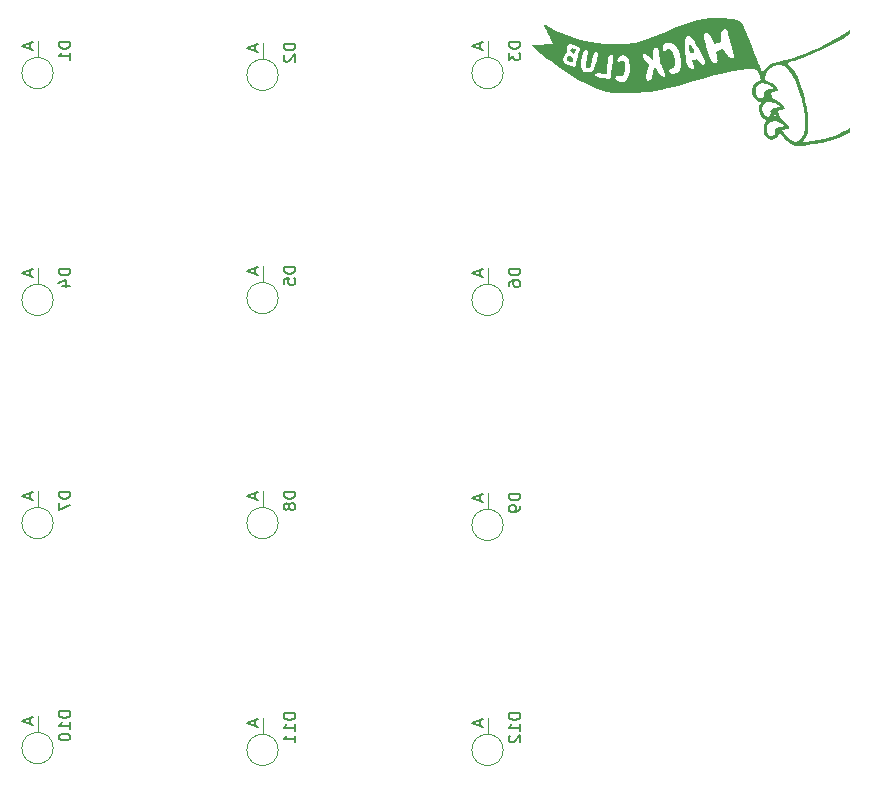
<source format=gbr>
%TF.GenerationSoftware,KiCad,Pcbnew,9.0.2*%
%TF.CreationDate,2025-07-31T17:55:32-05:00*%
%TF.ProjectId,highway,68696768-7761-4792-9e6b-696361645f70,rev?*%
%TF.SameCoordinates,Original*%
%TF.FileFunction,Legend,Bot*%
%TF.FilePolarity,Positive*%
%FSLAX46Y46*%
G04 Gerber Fmt 4.6, Leading zero omitted, Abs format (unit mm)*
G04 Created by KiCad (PCBNEW 9.0.2) date 2025-07-31 17:55:32*
%MOMM*%
%LPD*%
G01*
G04 APERTURE LIST*
%ADD10C,0.150000*%
%ADD11C,0.000000*%
%ADD12C,0.120000*%
G04 APERTURE END LIST*
D10*
X121843690Y-73556905D02*
X120843690Y-73556905D01*
X120843690Y-73556905D02*
X120843690Y-73795000D01*
X120843690Y-73795000D02*
X120891309Y-73937857D01*
X120891309Y-73937857D02*
X120986547Y-74033095D01*
X120986547Y-74033095D02*
X121081785Y-74080714D01*
X121081785Y-74080714D02*
X121272261Y-74128333D01*
X121272261Y-74128333D02*
X121415118Y-74128333D01*
X121415118Y-74128333D02*
X121605594Y-74080714D01*
X121605594Y-74080714D02*
X121700832Y-74033095D01*
X121700832Y-74033095D02*
X121796071Y-73937857D01*
X121796071Y-73937857D02*
X121843690Y-73795000D01*
X121843690Y-73795000D02*
X121843690Y-73556905D01*
X121272261Y-74699762D02*
X121224642Y-74604524D01*
X121224642Y-74604524D02*
X121177023Y-74556905D01*
X121177023Y-74556905D02*
X121081785Y-74509286D01*
X121081785Y-74509286D02*
X121034166Y-74509286D01*
X121034166Y-74509286D02*
X120938928Y-74556905D01*
X120938928Y-74556905D02*
X120891309Y-74604524D01*
X120891309Y-74604524D02*
X120843690Y-74699762D01*
X120843690Y-74699762D02*
X120843690Y-74890238D01*
X120843690Y-74890238D02*
X120891309Y-74985476D01*
X120891309Y-74985476D02*
X120938928Y-75033095D01*
X120938928Y-75033095D02*
X121034166Y-75080714D01*
X121034166Y-75080714D02*
X121081785Y-75080714D01*
X121081785Y-75080714D02*
X121177023Y-75033095D01*
X121177023Y-75033095D02*
X121224642Y-74985476D01*
X121224642Y-74985476D02*
X121272261Y-74890238D01*
X121272261Y-74890238D02*
X121272261Y-74699762D01*
X121272261Y-74699762D02*
X121319880Y-74604524D01*
X121319880Y-74604524D02*
X121367499Y-74556905D01*
X121367499Y-74556905D02*
X121462737Y-74509286D01*
X121462737Y-74509286D02*
X121653213Y-74509286D01*
X121653213Y-74509286D02*
X121748451Y-74556905D01*
X121748451Y-74556905D02*
X121796071Y-74604524D01*
X121796071Y-74604524D02*
X121843690Y-74699762D01*
X121843690Y-74699762D02*
X121843690Y-74890238D01*
X121843690Y-74890238D02*
X121796071Y-74985476D01*
X121796071Y-74985476D02*
X121748451Y-75033095D01*
X121748451Y-75033095D02*
X121653213Y-75080714D01*
X121653213Y-75080714D02*
X121462737Y-75080714D01*
X121462737Y-75080714D02*
X121367499Y-75033095D01*
X121367499Y-75033095D02*
X121319880Y-74985476D01*
X121319880Y-74985476D02*
X121272261Y-74890238D01*
X118431604Y-73651905D02*
X118431604Y-74128095D01*
X118717319Y-73556667D02*
X117717319Y-73890000D01*
X117717319Y-73890000D02*
X118717319Y-74223333D01*
X140893690Y-35456905D02*
X139893690Y-35456905D01*
X139893690Y-35456905D02*
X139893690Y-35695000D01*
X139893690Y-35695000D02*
X139941309Y-35837857D01*
X139941309Y-35837857D02*
X140036547Y-35933095D01*
X140036547Y-35933095D02*
X140131785Y-35980714D01*
X140131785Y-35980714D02*
X140322261Y-36028333D01*
X140322261Y-36028333D02*
X140465118Y-36028333D01*
X140465118Y-36028333D02*
X140655594Y-35980714D01*
X140655594Y-35980714D02*
X140750832Y-35933095D01*
X140750832Y-35933095D02*
X140846071Y-35837857D01*
X140846071Y-35837857D02*
X140893690Y-35695000D01*
X140893690Y-35695000D02*
X140893690Y-35456905D01*
X139893690Y-36361667D02*
X139893690Y-36980714D01*
X139893690Y-36980714D02*
X140274642Y-36647381D01*
X140274642Y-36647381D02*
X140274642Y-36790238D01*
X140274642Y-36790238D02*
X140322261Y-36885476D01*
X140322261Y-36885476D02*
X140369880Y-36933095D01*
X140369880Y-36933095D02*
X140465118Y-36980714D01*
X140465118Y-36980714D02*
X140703213Y-36980714D01*
X140703213Y-36980714D02*
X140798451Y-36933095D01*
X140798451Y-36933095D02*
X140846071Y-36885476D01*
X140846071Y-36885476D02*
X140893690Y-36790238D01*
X140893690Y-36790238D02*
X140893690Y-36504524D01*
X140893690Y-36504524D02*
X140846071Y-36409286D01*
X140846071Y-36409286D02*
X140798451Y-36361667D01*
X137481604Y-35551905D02*
X137481604Y-36028095D01*
X137767319Y-35456667D02*
X136767319Y-35790000D01*
X136767319Y-35790000D02*
X137767319Y-36123333D01*
X102793690Y-35456905D02*
X101793690Y-35456905D01*
X101793690Y-35456905D02*
X101793690Y-35695000D01*
X101793690Y-35695000D02*
X101841309Y-35837857D01*
X101841309Y-35837857D02*
X101936547Y-35933095D01*
X101936547Y-35933095D02*
X102031785Y-35980714D01*
X102031785Y-35980714D02*
X102222261Y-36028333D01*
X102222261Y-36028333D02*
X102365118Y-36028333D01*
X102365118Y-36028333D02*
X102555594Y-35980714D01*
X102555594Y-35980714D02*
X102650832Y-35933095D01*
X102650832Y-35933095D02*
X102746071Y-35837857D01*
X102746071Y-35837857D02*
X102793690Y-35695000D01*
X102793690Y-35695000D02*
X102793690Y-35456905D01*
X102793690Y-36980714D02*
X102793690Y-36409286D01*
X102793690Y-36695000D02*
X101793690Y-36695000D01*
X101793690Y-36695000D02*
X101936547Y-36599762D01*
X101936547Y-36599762D02*
X102031785Y-36504524D01*
X102031785Y-36504524D02*
X102079404Y-36409286D01*
X99381604Y-35551905D02*
X99381604Y-36028095D01*
X99667319Y-35456667D02*
X98667319Y-35790000D01*
X98667319Y-35790000D02*
X99667319Y-36123333D01*
X140893690Y-54665655D02*
X139893690Y-54665655D01*
X139893690Y-54665655D02*
X139893690Y-54903750D01*
X139893690Y-54903750D02*
X139941309Y-55046607D01*
X139941309Y-55046607D02*
X140036547Y-55141845D01*
X140036547Y-55141845D02*
X140131785Y-55189464D01*
X140131785Y-55189464D02*
X140322261Y-55237083D01*
X140322261Y-55237083D02*
X140465118Y-55237083D01*
X140465118Y-55237083D02*
X140655594Y-55189464D01*
X140655594Y-55189464D02*
X140750832Y-55141845D01*
X140750832Y-55141845D02*
X140846071Y-55046607D01*
X140846071Y-55046607D02*
X140893690Y-54903750D01*
X140893690Y-54903750D02*
X140893690Y-54665655D01*
X139893690Y-56094226D02*
X139893690Y-55903750D01*
X139893690Y-55903750D02*
X139941309Y-55808512D01*
X139941309Y-55808512D02*
X139988928Y-55760893D01*
X139988928Y-55760893D02*
X140131785Y-55665655D01*
X140131785Y-55665655D02*
X140322261Y-55618036D01*
X140322261Y-55618036D02*
X140703213Y-55618036D01*
X140703213Y-55618036D02*
X140798451Y-55665655D01*
X140798451Y-55665655D02*
X140846071Y-55713274D01*
X140846071Y-55713274D02*
X140893690Y-55808512D01*
X140893690Y-55808512D02*
X140893690Y-55998988D01*
X140893690Y-55998988D02*
X140846071Y-56094226D01*
X140846071Y-56094226D02*
X140798451Y-56141845D01*
X140798451Y-56141845D02*
X140703213Y-56189464D01*
X140703213Y-56189464D02*
X140465118Y-56189464D01*
X140465118Y-56189464D02*
X140369880Y-56141845D01*
X140369880Y-56141845D02*
X140322261Y-56094226D01*
X140322261Y-56094226D02*
X140274642Y-55998988D01*
X140274642Y-55998988D02*
X140274642Y-55808512D01*
X140274642Y-55808512D02*
X140322261Y-55713274D01*
X140322261Y-55713274D02*
X140369880Y-55665655D01*
X140369880Y-55665655D02*
X140465118Y-55618036D01*
X137481604Y-54760655D02*
X137481604Y-55236845D01*
X137767319Y-54665417D02*
X136767319Y-54998750D01*
X136767319Y-54998750D02*
X137767319Y-55332083D01*
X102793690Y-54665655D02*
X101793690Y-54665655D01*
X101793690Y-54665655D02*
X101793690Y-54903750D01*
X101793690Y-54903750D02*
X101841309Y-55046607D01*
X101841309Y-55046607D02*
X101936547Y-55141845D01*
X101936547Y-55141845D02*
X102031785Y-55189464D01*
X102031785Y-55189464D02*
X102222261Y-55237083D01*
X102222261Y-55237083D02*
X102365118Y-55237083D01*
X102365118Y-55237083D02*
X102555594Y-55189464D01*
X102555594Y-55189464D02*
X102650832Y-55141845D01*
X102650832Y-55141845D02*
X102746071Y-55046607D01*
X102746071Y-55046607D02*
X102793690Y-54903750D01*
X102793690Y-54903750D02*
X102793690Y-54665655D01*
X102127023Y-56094226D02*
X102793690Y-56094226D01*
X101746071Y-55856131D02*
X102460356Y-55618036D01*
X102460356Y-55618036D02*
X102460356Y-56237083D01*
X99381604Y-54760655D02*
X99381604Y-55236845D01*
X99667319Y-54665417D02*
X98667319Y-54998750D01*
X98667319Y-54998750D02*
X99667319Y-55332083D01*
X121843690Y-35615655D02*
X120843690Y-35615655D01*
X120843690Y-35615655D02*
X120843690Y-35853750D01*
X120843690Y-35853750D02*
X120891309Y-35996607D01*
X120891309Y-35996607D02*
X120986547Y-36091845D01*
X120986547Y-36091845D02*
X121081785Y-36139464D01*
X121081785Y-36139464D02*
X121272261Y-36187083D01*
X121272261Y-36187083D02*
X121415118Y-36187083D01*
X121415118Y-36187083D02*
X121605594Y-36139464D01*
X121605594Y-36139464D02*
X121700832Y-36091845D01*
X121700832Y-36091845D02*
X121796071Y-35996607D01*
X121796071Y-35996607D02*
X121843690Y-35853750D01*
X121843690Y-35853750D02*
X121843690Y-35615655D01*
X120938928Y-36568036D02*
X120891309Y-36615655D01*
X120891309Y-36615655D02*
X120843690Y-36710893D01*
X120843690Y-36710893D02*
X120843690Y-36948988D01*
X120843690Y-36948988D02*
X120891309Y-37044226D01*
X120891309Y-37044226D02*
X120938928Y-37091845D01*
X120938928Y-37091845D02*
X121034166Y-37139464D01*
X121034166Y-37139464D02*
X121129404Y-37139464D01*
X121129404Y-37139464D02*
X121272261Y-37091845D01*
X121272261Y-37091845D02*
X121843690Y-36520417D01*
X121843690Y-36520417D02*
X121843690Y-37139464D01*
X118431604Y-35710655D02*
X118431604Y-36186845D01*
X118717319Y-35615417D02*
X117717319Y-35948750D01*
X117717319Y-35948750D02*
X118717319Y-36282083D01*
X102793690Y-73556905D02*
X101793690Y-73556905D01*
X101793690Y-73556905D02*
X101793690Y-73795000D01*
X101793690Y-73795000D02*
X101841309Y-73937857D01*
X101841309Y-73937857D02*
X101936547Y-74033095D01*
X101936547Y-74033095D02*
X102031785Y-74080714D01*
X102031785Y-74080714D02*
X102222261Y-74128333D01*
X102222261Y-74128333D02*
X102365118Y-74128333D01*
X102365118Y-74128333D02*
X102555594Y-74080714D01*
X102555594Y-74080714D02*
X102650832Y-74033095D01*
X102650832Y-74033095D02*
X102746071Y-73937857D01*
X102746071Y-73937857D02*
X102793690Y-73795000D01*
X102793690Y-73795000D02*
X102793690Y-73556905D01*
X101793690Y-74461667D02*
X101793690Y-75128333D01*
X101793690Y-75128333D02*
X102793690Y-74699762D01*
X99381604Y-73651905D02*
X99381604Y-74128095D01*
X99667319Y-73556667D02*
X98667319Y-73890000D01*
X98667319Y-73890000D02*
X99667319Y-74223333D01*
X102793690Y-92130714D02*
X101793690Y-92130714D01*
X101793690Y-92130714D02*
X101793690Y-92368809D01*
X101793690Y-92368809D02*
X101841309Y-92511666D01*
X101841309Y-92511666D02*
X101936547Y-92606904D01*
X101936547Y-92606904D02*
X102031785Y-92654523D01*
X102031785Y-92654523D02*
X102222261Y-92702142D01*
X102222261Y-92702142D02*
X102365118Y-92702142D01*
X102365118Y-92702142D02*
X102555594Y-92654523D01*
X102555594Y-92654523D02*
X102650832Y-92606904D01*
X102650832Y-92606904D02*
X102746071Y-92511666D01*
X102746071Y-92511666D02*
X102793690Y-92368809D01*
X102793690Y-92368809D02*
X102793690Y-92130714D01*
X102793690Y-93654523D02*
X102793690Y-93083095D01*
X102793690Y-93368809D02*
X101793690Y-93368809D01*
X101793690Y-93368809D02*
X101936547Y-93273571D01*
X101936547Y-93273571D02*
X102031785Y-93178333D01*
X102031785Y-93178333D02*
X102079404Y-93083095D01*
X101793690Y-94273571D02*
X101793690Y-94368809D01*
X101793690Y-94368809D02*
X101841309Y-94464047D01*
X101841309Y-94464047D02*
X101888928Y-94511666D01*
X101888928Y-94511666D02*
X101984166Y-94559285D01*
X101984166Y-94559285D02*
X102174642Y-94606904D01*
X102174642Y-94606904D02*
X102412737Y-94606904D01*
X102412737Y-94606904D02*
X102603213Y-94559285D01*
X102603213Y-94559285D02*
X102698451Y-94511666D01*
X102698451Y-94511666D02*
X102746071Y-94464047D01*
X102746071Y-94464047D02*
X102793690Y-94368809D01*
X102793690Y-94368809D02*
X102793690Y-94273571D01*
X102793690Y-94273571D02*
X102746071Y-94178333D01*
X102746071Y-94178333D02*
X102698451Y-94130714D01*
X102698451Y-94130714D02*
X102603213Y-94083095D01*
X102603213Y-94083095D02*
X102412737Y-94035476D01*
X102412737Y-94035476D02*
X102174642Y-94035476D01*
X102174642Y-94035476D02*
X101984166Y-94083095D01*
X101984166Y-94083095D02*
X101888928Y-94130714D01*
X101888928Y-94130714D02*
X101841309Y-94178333D01*
X101841309Y-94178333D02*
X101793690Y-94273571D01*
X99381604Y-92701905D02*
X99381604Y-93178095D01*
X99667319Y-92606667D02*
X98667319Y-92940000D01*
X98667319Y-92940000D02*
X99667319Y-93273333D01*
X140893690Y-92289464D02*
X139893690Y-92289464D01*
X139893690Y-92289464D02*
X139893690Y-92527559D01*
X139893690Y-92527559D02*
X139941309Y-92670416D01*
X139941309Y-92670416D02*
X140036547Y-92765654D01*
X140036547Y-92765654D02*
X140131785Y-92813273D01*
X140131785Y-92813273D02*
X140322261Y-92860892D01*
X140322261Y-92860892D02*
X140465118Y-92860892D01*
X140465118Y-92860892D02*
X140655594Y-92813273D01*
X140655594Y-92813273D02*
X140750832Y-92765654D01*
X140750832Y-92765654D02*
X140846071Y-92670416D01*
X140846071Y-92670416D02*
X140893690Y-92527559D01*
X140893690Y-92527559D02*
X140893690Y-92289464D01*
X140893690Y-93813273D02*
X140893690Y-93241845D01*
X140893690Y-93527559D02*
X139893690Y-93527559D01*
X139893690Y-93527559D02*
X140036547Y-93432321D01*
X140036547Y-93432321D02*
X140131785Y-93337083D01*
X140131785Y-93337083D02*
X140179404Y-93241845D01*
X139988928Y-94194226D02*
X139941309Y-94241845D01*
X139941309Y-94241845D02*
X139893690Y-94337083D01*
X139893690Y-94337083D02*
X139893690Y-94575178D01*
X139893690Y-94575178D02*
X139941309Y-94670416D01*
X139941309Y-94670416D02*
X139988928Y-94718035D01*
X139988928Y-94718035D02*
X140084166Y-94765654D01*
X140084166Y-94765654D02*
X140179404Y-94765654D01*
X140179404Y-94765654D02*
X140322261Y-94718035D01*
X140322261Y-94718035D02*
X140893690Y-94146607D01*
X140893690Y-94146607D02*
X140893690Y-94765654D01*
X137481604Y-92860655D02*
X137481604Y-93336845D01*
X137767319Y-92765417D02*
X136767319Y-93098750D01*
X136767319Y-93098750D02*
X137767319Y-93432083D01*
X121843690Y-54506905D02*
X120843690Y-54506905D01*
X120843690Y-54506905D02*
X120843690Y-54745000D01*
X120843690Y-54745000D02*
X120891309Y-54887857D01*
X120891309Y-54887857D02*
X120986547Y-54983095D01*
X120986547Y-54983095D02*
X121081785Y-55030714D01*
X121081785Y-55030714D02*
X121272261Y-55078333D01*
X121272261Y-55078333D02*
X121415118Y-55078333D01*
X121415118Y-55078333D02*
X121605594Y-55030714D01*
X121605594Y-55030714D02*
X121700832Y-54983095D01*
X121700832Y-54983095D02*
X121796071Y-54887857D01*
X121796071Y-54887857D02*
X121843690Y-54745000D01*
X121843690Y-54745000D02*
X121843690Y-54506905D01*
X120843690Y-55983095D02*
X120843690Y-55506905D01*
X120843690Y-55506905D02*
X121319880Y-55459286D01*
X121319880Y-55459286D02*
X121272261Y-55506905D01*
X121272261Y-55506905D02*
X121224642Y-55602143D01*
X121224642Y-55602143D02*
X121224642Y-55840238D01*
X121224642Y-55840238D02*
X121272261Y-55935476D01*
X121272261Y-55935476D02*
X121319880Y-55983095D01*
X121319880Y-55983095D02*
X121415118Y-56030714D01*
X121415118Y-56030714D02*
X121653213Y-56030714D01*
X121653213Y-56030714D02*
X121748451Y-55983095D01*
X121748451Y-55983095D02*
X121796071Y-55935476D01*
X121796071Y-55935476D02*
X121843690Y-55840238D01*
X121843690Y-55840238D02*
X121843690Y-55602143D01*
X121843690Y-55602143D02*
X121796071Y-55506905D01*
X121796071Y-55506905D02*
X121748451Y-55459286D01*
X118431604Y-54601905D02*
X118431604Y-55078095D01*
X118717319Y-54506667D02*
X117717319Y-54840000D01*
X117717319Y-54840000D02*
X118717319Y-55173333D01*
X121843690Y-92289464D02*
X120843690Y-92289464D01*
X120843690Y-92289464D02*
X120843690Y-92527559D01*
X120843690Y-92527559D02*
X120891309Y-92670416D01*
X120891309Y-92670416D02*
X120986547Y-92765654D01*
X120986547Y-92765654D02*
X121081785Y-92813273D01*
X121081785Y-92813273D02*
X121272261Y-92860892D01*
X121272261Y-92860892D02*
X121415118Y-92860892D01*
X121415118Y-92860892D02*
X121605594Y-92813273D01*
X121605594Y-92813273D02*
X121700832Y-92765654D01*
X121700832Y-92765654D02*
X121796071Y-92670416D01*
X121796071Y-92670416D02*
X121843690Y-92527559D01*
X121843690Y-92527559D02*
X121843690Y-92289464D01*
X121843690Y-93813273D02*
X121843690Y-93241845D01*
X121843690Y-93527559D02*
X120843690Y-93527559D01*
X120843690Y-93527559D02*
X120986547Y-93432321D01*
X120986547Y-93432321D02*
X121081785Y-93337083D01*
X121081785Y-93337083D02*
X121129404Y-93241845D01*
X121843690Y-94765654D02*
X121843690Y-94194226D01*
X121843690Y-94479940D02*
X120843690Y-94479940D01*
X120843690Y-94479940D02*
X120986547Y-94384702D01*
X120986547Y-94384702D02*
X121081785Y-94289464D01*
X121081785Y-94289464D02*
X121129404Y-94194226D01*
X118431604Y-92860655D02*
X118431604Y-93336845D01*
X118717319Y-92765417D02*
X117717319Y-93098750D01*
X117717319Y-93098750D02*
X118717319Y-93432083D01*
X140893690Y-73715655D02*
X139893690Y-73715655D01*
X139893690Y-73715655D02*
X139893690Y-73953750D01*
X139893690Y-73953750D02*
X139941309Y-74096607D01*
X139941309Y-74096607D02*
X140036547Y-74191845D01*
X140036547Y-74191845D02*
X140131785Y-74239464D01*
X140131785Y-74239464D02*
X140322261Y-74287083D01*
X140322261Y-74287083D02*
X140465118Y-74287083D01*
X140465118Y-74287083D02*
X140655594Y-74239464D01*
X140655594Y-74239464D02*
X140750832Y-74191845D01*
X140750832Y-74191845D02*
X140846071Y-74096607D01*
X140846071Y-74096607D02*
X140893690Y-73953750D01*
X140893690Y-73953750D02*
X140893690Y-73715655D01*
X140893690Y-74763274D02*
X140893690Y-74953750D01*
X140893690Y-74953750D02*
X140846071Y-75048988D01*
X140846071Y-75048988D02*
X140798451Y-75096607D01*
X140798451Y-75096607D02*
X140655594Y-75191845D01*
X140655594Y-75191845D02*
X140465118Y-75239464D01*
X140465118Y-75239464D02*
X140084166Y-75239464D01*
X140084166Y-75239464D02*
X139988928Y-75191845D01*
X139988928Y-75191845D02*
X139941309Y-75144226D01*
X139941309Y-75144226D02*
X139893690Y-75048988D01*
X139893690Y-75048988D02*
X139893690Y-74858512D01*
X139893690Y-74858512D02*
X139941309Y-74763274D01*
X139941309Y-74763274D02*
X139988928Y-74715655D01*
X139988928Y-74715655D02*
X140084166Y-74668036D01*
X140084166Y-74668036D02*
X140322261Y-74668036D01*
X140322261Y-74668036D02*
X140417499Y-74715655D01*
X140417499Y-74715655D02*
X140465118Y-74763274D01*
X140465118Y-74763274D02*
X140512737Y-74858512D01*
X140512737Y-74858512D02*
X140512737Y-75048988D01*
X140512737Y-75048988D02*
X140465118Y-75144226D01*
X140465118Y-75144226D02*
X140417499Y-75191845D01*
X140417499Y-75191845D02*
X140322261Y-75239464D01*
X137481604Y-73810655D02*
X137481604Y-74286845D01*
X137767319Y-73715417D02*
X136767319Y-74048750D01*
X136767319Y-74048750D02*
X137767319Y-74382083D01*
D11*
%TO.C,G\u002A\u002A\u002A*%
G36*
X145413747Y-36026465D02*
G01*
X145501656Y-36054045D01*
X145576394Y-36103730D01*
X145579232Y-36182890D01*
X145519453Y-36317046D01*
X145444988Y-36461045D01*
X145302090Y-36376633D01*
X145274889Y-36359644D01*
X145156662Y-36249014D01*
X145117562Y-36141163D01*
X145151462Y-36055309D01*
X145252233Y-36010670D01*
X145413747Y-36026465D01*
G37*
G36*
X155431304Y-35918116D02*
G01*
X155436454Y-35925437D01*
X155558511Y-36104693D01*
X155624703Y-36223100D01*
X155637951Y-36295844D01*
X155601176Y-36338109D01*
X155517301Y-36365081D01*
X155400618Y-36389608D01*
X155312993Y-36403982D01*
X155285049Y-36398887D01*
X155235219Y-36322158D01*
X155210872Y-36157416D01*
X155212785Y-35908505D01*
X155227567Y-35628640D01*
X155431304Y-35918116D01*
G37*
G36*
X145088314Y-36677954D02*
G01*
X145224066Y-36717251D01*
X145269720Y-36736692D01*
X145351519Y-36785170D01*
X145371902Y-36851256D01*
X145349485Y-36972897D01*
X145341583Y-37007487D01*
X145316163Y-37127910D01*
X145305335Y-37195039D01*
X145271945Y-37203641D01*
X145182404Y-37178693D01*
X145066512Y-37130609D01*
X144954198Y-37071913D01*
X144875394Y-37015131D01*
X144848471Y-36976235D01*
X144834022Y-36861467D01*
X144875911Y-36746762D01*
X144962728Y-36676374D01*
X144974993Y-36673361D01*
X145088314Y-36677954D01*
G37*
G36*
X160912127Y-36908060D02*
G01*
X161045766Y-37237475D01*
X161158980Y-37515970D01*
X161247844Y-37733885D01*
X161308432Y-37881556D01*
X161336822Y-37949322D01*
X161366736Y-38008986D01*
X161397485Y-38022733D01*
X161443606Y-37973472D01*
X161523065Y-37851795D01*
X161681591Y-37641139D01*
X161961590Y-37398158D01*
X162302566Y-37228735D01*
X162707038Y-37131338D01*
X162935890Y-37090262D01*
X163302113Y-37002046D01*
X163726637Y-36880138D01*
X164193499Y-36729968D01*
X164686732Y-36556965D01*
X165190373Y-36366559D01*
X165688457Y-36164180D01*
X166165020Y-35955258D01*
X166800691Y-35648999D01*
X167556614Y-35235363D01*
X168289735Y-34774470D01*
X168796769Y-34435171D01*
X168812248Y-34609767D01*
X168806797Y-34745878D01*
X168763959Y-34824562D01*
X168759477Y-34827396D01*
X168686121Y-34874170D01*
X168551551Y-34960228D01*
X168373329Y-35074335D01*
X168169012Y-35205254D01*
X167872773Y-35388327D01*
X167225699Y-35750973D01*
X166515930Y-36105817D01*
X165765767Y-36442571D01*
X164997510Y-36750949D01*
X164233461Y-37020664D01*
X164150958Y-37047675D01*
X163920539Y-37123201D01*
X163727105Y-37186729D01*
X163588926Y-37232254D01*
X163524272Y-37253770D01*
X163519092Y-37266205D01*
X163554689Y-37333577D01*
X163642211Y-37444245D01*
X163769817Y-37582360D01*
X163868664Y-37690233D01*
X164122629Y-38037962D01*
X164361926Y-38473287D01*
X164587496Y-38998299D01*
X164800276Y-39615089D01*
X165001205Y-40325747D01*
X165033187Y-40453042D01*
X165166599Y-41082325D01*
X165250420Y-41672716D01*
X165284802Y-42216794D01*
X165281229Y-42334331D01*
X165269894Y-42707142D01*
X165205849Y-43136338D01*
X165092816Y-43496964D01*
X164930947Y-43781601D01*
X164798315Y-43955492D01*
X165179861Y-43920945D01*
X165471884Y-43888968D01*
X166052596Y-43794969D01*
X166629225Y-43664223D01*
X167183344Y-43502420D01*
X167696524Y-43315252D01*
X168150338Y-43108408D01*
X168526359Y-42887578D01*
X168820913Y-42686517D01*
X168820913Y-42877732D01*
X168820340Y-42926201D01*
X168808300Y-43013272D01*
X168766539Y-43080525D01*
X168676846Y-43150246D01*
X168521011Y-43244715D01*
X168185220Y-43422827D01*
X167650466Y-43650996D01*
X167054981Y-43851201D01*
X166418617Y-44017739D01*
X165761226Y-44144903D01*
X165102663Y-44226990D01*
X165006369Y-44235449D01*
X164706020Y-44260022D01*
X164478749Y-44272684D01*
X164306434Y-44271535D01*
X164170953Y-44254674D01*
X164054182Y-44220200D01*
X163937999Y-44166212D01*
X163804282Y-44090809D01*
X163747805Y-44056899D01*
X163459821Y-43848411D01*
X163195420Y-43588078D01*
X162932451Y-43254658D01*
X162859701Y-43153644D01*
X162791650Y-43061014D01*
X162763436Y-43025285D01*
X162762371Y-43029690D01*
X162759574Y-43095696D01*
X162758452Y-43215719D01*
X162757273Y-43250834D01*
X162698912Y-43448952D01*
X162558747Y-43604886D01*
X162345267Y-43708511D01*
X162161471Y-43728529D01*
X161952199Y-43668739D01*
X161761559Y-43526686D01*
X161603597Y-43309918D01*
X161560979Y-43228363D01*
X161505334Y-43088227D01*
X161484859Y-42946536D01*
X161488837Y-42797463D01*
X161770904Y-42797463D01*
X161773524Y-42859215D01*
X161810380Y-43053757D01*
X161879974Y-43228582D01*
X161968471Y-43345326D01*
X162058940Y-43403727D01*
X162213253Y-43431967D01*
X162362166Y-43364253D01*
X162428401Y-43303264D01*
X162467089Y-43215686D01*
X162461006Y-43081367D01*
X162452859Y-42973483D01*
X162479444Y-42878927D01*
X162563587Y-42795539D01*
X162586283Y-42779301D01*
X162731212Y-42708552D01*
X162894864Y-42663594D01*
X163003422Y-42646206D01*
X163151261Y-42617324D01*
X163225238Y-42589261D01*
X163239917Y-42554754D01*
X163209863Y-42506543D01*
X163193783Y-42489561D01*
X163078108Y-42407463D01*
X162909174Y-42318850D01*
X162719514Y-42237941D01*
X162541663Y-42178959D01*
X162408154Y-42156122D01*
X162337856Y-42160077D01*
X162115987Y-42228779D01*
X161935987Y-42369536D01*
X161815184Y-42564911D01*
X161770904Y-42797463D01*
X161488837Y-42797463D01*
X161489932Y-42756440D01*
X161498826Y-42654037D01*
X161540534Y-42451106D01*
X161616007Y-42303945D01*
X161631364Y-42282756D01*
X161695723Y-42182420D01*
X161721189Y-42121822D01*
X161715289Y-42109928D01*
X161649821Y-42059471D01*
X161535479Y-41998725D01*
X161406516Y-41915790D01*
X161252857Y-41734527D01*
X161147527Y-41503277D01*
X161096980Y-41245257D01*
X161100643Y-41155638D01*
X161384592Y-41155638D01*
X161387213Y-41217390D01*
X161424068Y-41411932D01*
X161493662Y-41586757D01*
X161582160Y-41703500D01*
X161672629Y-41761902D01*
X161826941Y-41790142D01*
X161975854Y-41722428D01*
X162042089Y-41661439D01*
X162065306Y-41608883D01*
X162399948Y-41608883D01*
X162403870Y-41677965D01*
X162427791Y-41789967D01*
X162448350Y-41827679D01*
X162503478Y-41866350D01*
X162514630Y-41862366D01*
X162524074Y-41803796D01*
X162497886Y-41698539D01*
X162442396Y-41576616D01*
X162435217Y-41564370D01*
X162408074Y-41541998D01*
X162399948Y-41608883D01*
X162065306Y-41608883D01*
X162080777Y-41573860D01*
X162074694Y-41439542D01*
X162072209Y-41406634D01*
X162360508Y-41406634D01*
X162366287Y-41463942D01*
X162380812Y-41471496D01*
X162398480Y-41431749D01*
X162394995Y-41406185D01*
X162366287Y-41399556D01*
X162360508Y-41406634D01*
X162072209Y-41406634D01*
X162066547Y-41331658D01*
X162093132Y-41237102D01*
X162177275Y-41153714D01*
X162199971Y-41137476D01*
X162344900Y-41066727D01*
X162508552Y-41021769D01*
X162617110Y-41004381D01*
X162764950Y-40975499D01*
X162838927Y-40947436D01*
X162853605Y-40912929D01*
X162823551Y-40864717D01*
X162807471Y-40847736D01*
X162691796Y-40765638D01*
X162522862Y-40677025D01*
X162333202Y-40596116D01*
X162155351Y-40537133D01*
X162021842Y-40514296D01*
X161951544Y-40518252D01*
X161729675Y-40586954D01*
X161549676Y-40727711D01*
X161428872Y-40923086D01*
X161384592Y-41155638D01*
X161100643Y-41155638D01*
X161107670Y-40983682D01*
X161186050Y-40741769D01*
X161207197Y-40697518D01*
X161239248Y-40599968D01*
X161225441Y-40562547D01*
X161202104Y-40558455D01*
X161103822Y-40523741D01*
X160972294Y-40465165D01*
X160902041Y-40425111D01*
X160724147Y-40256717D01*
X160595626Y-40031274D01*
X160523936Y-39772029D01*
X160519503Y-39610391D01*
X160805124Y-39610391D01*
X160807745Y-39672143D01*
X160844601Y-39866685D01*
X160914195Y-40041510D01*
X161002692Y-40158253D01*
X161093161Y-40216655D01*
X161247473Y-40244895D01*
X161359087Y-40194142D01*
X161776025Y-40194142D01*
X161786909Y-40251021D01*
X161854079Y-40232697D01*
X161878972Y-40206755D01*
X161867350Y-40128025D01*
X161862424Y-40120206D01*
X161824603Y-40087303D01*
X161791500Y-40143455D01*
X161776025Y-40194142D01*
X161359087Y-40194142D01*
X161396387Y-40177181D01*
X161462621Y-40116192D01*
X161501310Y-40028613D01*
X161495226Y-39894295D01*
X161487079Y-39786411D01*
X161513664Y-39691855D01*
X161597807Y-39608467D01*
X161620503Y-39592229D01*
X161765432Y-39521480D01*
X161929084Y-39476522D01*
X162037643Y-39459134D01*
X162185482Y-39430252D01*
X162259459Y-39402189D01*
X162274138Y-39367682D01*
X162244083Y-39319470D01*
X162228004Y-39302489D01*
X162112329Y-39220391D01*
X161943394Y-39131777D01*
X161753735Y-39050869D01*
X161575883Y-38991886D01*
X161442375Y-38969049D01*
X161372076Y-38973005D01*
X161150208Y-39041707D01*
X160970208Y-39182464D01*
X160849404Y-39377838D01*
X160805124Y-39610391D01*
X160519503Y-39610391D01*
X160516536Y-39502230D01*
X160580883Y-39245122D01*
X160692124Y-39060455D01*
X160874866Y-38873467D01*
X161082606Y-38744302D01*
X161100612Y-38736300D01*
X161199384Y-38675099D01*
X161239804Y-38618268D01*
X161238454Y-38606664D01*
X161231676Y-38582818D01*
X161582606Y-38582818D01*
X161619818Y-38688676D01*
X161706447Y-38727566D01*
X161815719Y-38749860D01*
X161986047Y-38824192D01*
X162174662Y-38934763D01*
X162353742Y-39064976D01*
X162495463Y-39198233D01*
X162510432Y-39215420D01*
X162621970Y-39367682D01*
X162634696Y-39385054D01*
X162675484Y-39511683D01*
X162632920Y-39600205D01*
X162507130Y-39655518D01*
X162363663Y-39690812D01*
X162211041Y-39729563D01*
X162071891Y-39765779D01*
X162166044Y-40010941D01*
X162206272Y-40109725D01*
X162264034Y-40206755D01*
X162270011Y-40216796D01*
X162360302Y-40284757D01*
X162510422Y-40345986D01*
X162637704Y-40405631D01*
X162811173Y-40518973D01*
X162980902Y-40657848D01*
X163126893Y-40803836D01*
X163209722Y-40912929D01*
X163229152Y-40938520D01*
X163267682Y-41043483D01*
X163266511Y-41059188D01*
X163209573Y-41149587D01*
X163084262Y-41214045D01*
X162914443Y-41239332D01*
X162848509Y-41242186D01*
X162761310Y-41267621D01*
X162729681Y-41332287D01*
X162746534Y-41431749D01*
X162749912Y-41451687D01*
X162818297Y-41641327D01*
X162851357Y-41721805D01*
X162892700Y-41803796D01*
X162937377Y-41892397D01*
X163036533Y-42016676D01*
X163174372Y-42129677D01*
X163222790Y-42165711D01*
X163397209Y-42317923D01*
X163535801Y-42473456D01*
X163586739Y-42554754D01*
X163623583Y-42613558D01*
X163645572Y-42719474D01*
X163644176Y-42725874D01*
X163615346Y-42775364D01*
X163544492Y-42816501D01*
X163413770Y-42856745D01*
X163205338Y-42903556D01*
X163070561Y-42931542D01*
X163227891Y-43150621D01*
X163337671Y-43290634D01*
X163504685Y-43473957D01*
X163680155Y-43641453D01*
X163842132Y-43772507D01*
X163968669Y-43846501D01*
X164016262Y-43863624D01*
X164238801Y-43908534D01*
X164424108Y-43873349D01*
X164585942Y-43752603D01*
X164738061Y-43540829D01*
X164878554Y-43219338D01*
X164967159Y-42812999D01*
X164997984Y-42334331D01*
X164971027Y-41785910D01*
X164886281Y-41170312D01*
X164743742Y-40490114D01*
X164696520Y-40300421D01*
X164522363Y-39691647D01*
X164329501Y-39143002D01*
X164121095Y-38660561D01*
X163900305Y-38250398D01*
X163670294Y-37918588D01*
X163434221Y-37671206D01*
X163195248Y-37514328D01*
X162964764Y-37442854D01*
X162674090Y-37435740D01*
X162386550Y-37510245D01*
X162117268Y-37659878D01*
X161881369Y-37878148D01*
X161693978Y-38158566D01*
X161657853Y-38235087D01*
X161595166Y-38426215D01*
X161582606Y-38582818D01*
X161231676Y-38582818D01*
X161212733Y-38516180D01*
X161161051Y-38369133D01*
X161092222Y-38191045D01*
X160944380Y-37823534D01*
X160633515Y-37794505D01*
X160504549Y-37785416D01*
X160058306Y-37788562D01*
X159527926Y-37837668D01*
X158913957Y-37932625D01*
X158216948Y-38073328D01*
X157437444Y-38259669D01*
X157281741Y-38301579D01*
X156575995Y-38491542D01*
X155633147Y-38768840D01*
X155283307Y-38874744D01*
X154576978Y-39082162D01*
X153941602Y-39257993D01*
X153364100Y-39404588D01*
X152831391Y-39524298D01*
X152330397Y-39619475D01*
X151848037Y-39692470D01*
X151371231Y-39745635D01*
X150886901Y-39781320D01*
X150381966Y-39801877D01*
X149843347Y-39809658D01*
X149686337Y-39810178D01*
X149328069Y-39809670D01*
X149040083Y-39804488D01*
X148803282Y-39792198D01*
X148598567Y-39770368D01*
X148406842Y-39736564D01*
X148209010Y-39688355D01*
X147985972Y-39623308D01*
X147718632Y-39538988D01*
X147217788Y-39358929D01*
X146525230Y-39053260D01*
X145796955Y-38672186D01*
X145040382Y-38220202D01*
X144992205Y-38188078D01*
X147235742Y-38188078D01*
X147242127Y-38229024D01*
X147319032Y-38326361D01*
X147485666Y-38412740D01*
X147745326Y-38490117D01*
X147761756Y-38494021D01*
X148050474Y-38552404D01*
X148279462Y-38578432D01*
X148438496Y-38571562D01*
X148517354Y-38531249D01*
X148523245Y-38516414D01*
X148529488Y-38487713D01*
X148935733Y-38487713D01*
X148945282Y-38581925D01*
X149035044Y-38716729D01*
X149155148Y-38787745D01*
X149329064Y-38839760D01*
X149508915Y-38860534D01*
X149650191Y-38841072D01*
X149739903Y-38790674D01*
X149891022Y-38650651D01*
X150023063Y-38467645D01*
X150110260Y-38273446D01*
X150110668Y-38272068D01*
X150159522Y-38018640D01*
X150178767Y-37717630D01*
X150167787Y-37413298D01*
X150125961Y-37149903D01*
X150052825Y-36955916D01*
X149923061Y-36775035D01*
X149761873Y-36655371D01*
X149585162Y-36604384D01*
X149408828Y-36629537D01*
X149248769Y-36738289D01*
X149228138Y-36760746D01*
X149192848Y-36814517D01*
X149137998Y-36898091D01*
X149112795Y-37015733D01*
X149146662Y-37096790D01*
X149233729Y-37124385D01*
X149368129Y-37081635D01*
X149499283Y-37048554D01*
X149639111Y-37090630D01*
X149738490Y-37207578D01*
X149752674Y-37243941D01*
X149787488Y-37430912D01*
X149790139Y-37658363D01*
X149762157Y-37886534D01*
X149705072Y-38075665D01*
X149627796Y-38224536D01*
X149530776Y-38331062D01*
X149400825Y-38376644D01*
X149208338Y-38379383D01*
X149083120Y-38374389D01*
X148991500Y-38382899D01*
X148950806Y-38417322D01*
X148935733Y-38487713D01*
X148529488Y-38487713D01*
X148544754Y-38417526D01*
X148572283Y-38247872D01*
X148603438Y-38026023D01*
X148635822Y-37770550D01*
X148667040Y-37500024D01*
X148694697Y-37233019D01*
X148716397Y-36988104D01*
X148727431Y-36814517D01*
X148725315Y-36685130D01*
X148704616Y-36606970D01*
X148668366Y-36563499D01*
X151250786Y-36563499D01*
X151276325Y-36693482D01*
X151378982Y-36873579D01*
X151559878Y-37106252D01*
X151674228Y-37242760D01*
X151755060Y-37349738D01*
X151789092Y-37420894D01*
X151785237Y-37476092D01*
X151752412Y-37535191D01*
X151690661Y-37660301D01*
X151671131Y-37717630D01*
X151627626Y-37845337D01*
X151573656Y-38055492D01*
X151535093Y-38261930D01*
X151518281Y-38435812D01*
X151529563Y-38548302D01*
X151593085Y-38657112D01*
X151712478Y-38734259D01*
X151854470Y-38725244D01*
X151873373Y-38717933D01*
X151935692Y-38686057D01*
X151980090Y-38636584D01*
X152015131Y-38550116D01*
X152049380Y-38407256D01*
X152091400Y-38188606D01*
X152102743Y-38127978D01*
X152139599Y-37938094D01*
X152170967Y-37786440D01*
X152191034Y-37701426D01*
X152228148Y-37632913D01*
X152293537Y-37626201D01*
X152372086Y-37702878D01*
X152455382Y-37857961D01*
X152531714Y-38004871D01*
X152651981Y-38169445D01*
X152785017Y-38300299D01*
X152916880Y-38388575D01*
X153033628Y-38425418D01*
X153121317Y-38401969D01*
X153166004Y-38309373D01*
X153166633Y-38301579D01*
X153147732Y-38200434D01*
X153094029Y-38048235D01*
X153015820Y-37874773D01*
X152991216Y-37825088D01*
X152849424Y-37509314D01*
X152752296Y-37219578D01*
X152688441Y-36915199D01*
X152646470Y-36555494D01*
X152639201Y-36475976D01*
X152608451Y-36229925D01*
X152568333Y-36065655D01*
X152544619Y-36025441D01*
X152955940Y-36025441D01*
X152998251Y-36139368D01*
X153075788Y-36207932D01*
X153172894Y-36214300D01*
X153273911Y-36141640D01*
X153345042Y-36095707D01*
X153485051Y-36081279D01*
X153499319Y-36082839D01*
X153577218Y-36103461D01*
X153642313Y-36155892D01*
X153711734Y-36259040D01*
X153802612Y-36431813D01*
X153832232Y-36491999D01*
X153919590Y-36699761D01*
X153967292Y-36892391D01*
X153988993Y-37120322D01*
X153992645Y-37236106D01*
X153977940Y-37456474D01*
X153924672Y-37602619D01*
X153826306Y-37687133D01*
X153676305Y-37722606D01*
X153544688Y-37754534D01*
X153455259Y-37835693D01*
X153450277Y-37948767D01*
X153535802Y-38078403D01*
X153564235Y-38104242D01*
X153729591Y-38185063D01*
X153918264Y-38189600D01*
X154109709Y-38124136D01*
X154283378Y-37994955D01*
X154418727Y-37808343D01*
X154494362Y-37598881D01*
X154533029Y-37292689D01*
X154515474Y-36955189D01*
X154446442Y-36608663D01*
X154330675Y-36275393D01*
X154172919Y-35977662D01*
X153977915Y-35737751D01*
X153972309Y-35732390D01*
X153846856Y-35630360D01*
X153718096Y-35576414D01*
X153696419Y-35573296D01*
X154798090Y-35573296D01*
X154798665Y-35821469D01*
X154815677Y-36221771D01*
X154909460Y-36887389D01*
X154957207Y-37102230D01*
X155008565Y-37292689D01*
X155024653Y-37352349D01*
X155092124Y-37528497D01*
X155165094Y-37643971D01*
X155249037Y-37712066D01*
X155393038Y-37766529D01*
X155513382Y-37754288D01*
X155581088Y-37668167D01*
X155591611Y-37514598D01*
X155540402Y-37300009D01*
X155498239Y-37170435D01*
X155466607Y-37055837D01*
X155460631Y-37005593D01*
X155474452Y-36999713D01*
X155559600Y-36980998D01*
X155692480Y-36959995D01*
X155766698Y-36950761D01*
X155874914Y-36952662D01*
X155952403Y-36998344D01*
X156041974Y-37105648D01*
X156107591Y-37187118D01*
X156258391Y-37334583D01*
X156385422Y-37398394D01*
X156483323Y-37375274D01*
X156521131Y-37329577D01*
X156555514Y-37219327D01*
X156553239Y-37205361D01*
X156515780Y-37108415D01*
X156435816Y-36939186D01*
X156317863Y-36706303D01*
X156166438Y-36418391D01*
X155986056Y-36084079D01*
X155781232Y-35711994D01*
X155556484Y-35310763D01*
X155473470Y-35182480D01*
X155325160Y-35032884D01*
X155174256Y-34971392D01*
X155028232Y-35000144D01*
X154894559Y-35121279D01*
X154887258Y-35131246D01*
X154845569Y-35200614D01*
X154818703Y-35283595D01*
X154803823Y-35400913D01*
X154798090Y-35573296D01*
X153696419Y-35573296D01*
X153539580Y-35550736D01*
X153424729Y-35545835D01*
X153223605Y-35575379D01*
X153081609Y-35666999D01*
X152982778Y-35828663D01*
X152964513Y-35882984D01*
X152955940Y-36025441D01*
X152544619Y-36025441D01*
X152512783Y-35971453D01*
X152435738Y-35935608D01*
X152331134Y-35946408D01*
X152244107Y-35986840D01*
X152196497Y-36048585D01*
X152144104Y-36116533D01*
X152093119Y-36321445D01*
X152092207Y-36596050D01*
X152142423Y-36934826D01*
X152145209Y-36950497D01*
X152139220Y-36985847D01*
X152097455Y-36972880D01*
X152008726Y-36905295D01*
X151861843Y-36776787D01*
X151670615Y-36616569D01*
X151496894Y-36502927D01*
X151369169Y-36463761D01*
X151338603Y-36475329D01*
X151282358Y-36496616D01*
X151250786Y-36563499D01*
X148668366Y-36563499D01*
X148662365Y-36556303D01*
X148568208Y-36514092D01*
X148483254Y-36557960D01*
X148407366Y-36692697D01*
X148338044Y-36921116D01*
X148324638Y-36980870D01*
X148284198Y-37208658D01*
X148248805Y-37472125D01*
X148224888Y-37725570D01*
X148210589Y-37922597D01*
X148188230Y-38082166D01*
X148144987Y-38170305D01*
X148064731Y-38200528D01*
X147931334Y-38186346D01*
X147728664Y-38141270D01*
X147719299Y-38139154D01*
X147546323Y-38114694D01*
X147390925Y-38116323D01*
X147278825Y-38141599D01*
X147235742Y-38188078D01*
X144992205Y-38188078D01*
X144262932Y-37701802D01*
X143472024Y-37121482D01*
X143178361Y-36886482D01*
X144531560Y-36886482D01*
X144543591Y-36968200D01*
X144626607Y-37134613D01*
X144771983Y-37293102D01*
X144960163Y-37419353D01*
X144973623Y-37425957D01*
X145145835Y-37494079D01*
X145316595Y-37540209D01*
X145317550Y-37540383D01*
X145386971Y-37553853D01*
X145439856Y-37557304D01*
X145482572Y-37538964D01*
X145521484Y-37487060D01*
X145562957Y-37389822D01*
X145612043Y-37239501D01*
X146036895Y-37239501D01*
X146041648Y-37514568D01*
X146095997Y-37730109D01*
X146203744Y-37905232D01*
X146296602Y-37997442D01*
X146399260Y-38041079D01*
X146553245Y-38051521D01*
X146681265Y-38044450D01*
X146854719Y-37998522D01*
X146996415Y-37900356D01*
X147116184Y-37738941D01*
X147223855Y-37503265D01*
X147329259Y-37182319D01*
X147339643Y-37146662D01*
X147419506Y-36849973D01*
X147463386Y-36629993D01*
X147472039Y-36475329D01*
X147446221Y-36374586D01*
X147386687Y-36316371D01*
X147380683Y-36313277D01*
X147299403Y-36300329D01*
X147225120Y-36352096D01*
X147153224Y-36476373D01*
X147079109Y-36680957D01*
X146998165Y-36973643D01*
X146951813Y-37150094D01*
X146893572Y-37354866D01*
X146843067Y-37514598D01*
X146807674Y-37604848D01*
X146763453Y-37659526D01*
X146662527Y-37708383D01*
X146559621Y-37702199D01*
X146492430Y-37637115D01*
X146485395Y-37615564D01*
X146465288Y-37460404D01*
X146468356Y-37241867D01*
X146493342Y-36984879D01*
X146538987Y-36714367D01*
X146581881Y-36455564D01*
X146586419Y-36266192D01*
X146549190Y-36155788D01*
X146469683Y-36119962D01*
X146371377Y-36151830D01*
X146263938Y-36272936D01*
X146172289Y-36478468D01*
X146099110Y-36762097D01*
X146047083Y-37117496D01*
X146036895Y-37239501D01*
X145612043Y-37239501D01*
X145613357Y-37235477D01*
X145679050Y-37012252D01*
X145766401Y-36708377D01*
X145795074Y-36607750D01*
X145864156Y-36349101D01*
X145903722Y-36166492D01*
X145915908Y-36048585D01*
X145902850Y-35984042D01*
X145857063Y-35936537D01*
X145742679Y-35854673D01*
X145594603Y-35769867D01*
X145449075Y-35703298D01*
X145214852Y-35638827D01*
X145032320Y-35650295D01*
X144905649Y-35735772D01*
X144839007Y-35893326D01*
X144836563Y-36121025D01*
X144840900Y-36159369D01*
X144847608Y-36292002D01*
X144826593Y-36365909D01*
X144771176Y-36410674D01*
X144748501Y-36424681D01*
X144641268Y-36542694D01*
X144562309Y-36709822D01*
X144531560Y-36886482D01*
X143178361Y-36886482D01*
X142675077Y-36483735D01*
X142489600Y-36326934D01*
X142285094Y-36149155D01*
X142103908Y-35986691D01*
X141958753Y-35851180D01*
X141862340Y-35754261D01*
X141827377Y-35707570D01*
X141827578Y-35707104D01*
X141879125Y-35700234D01*
X142011459Y-35694266D01*
X142209748Y-35689558D01*
X142459162Y-35686470D01*
X142744868Y-35685361D01*
X142758340Y-35685359D01*
X143102939Y-35683314D01*
X143358458Y-35677142D01*
X143532080Y-35666403D01*
X143630986Y-35650662D01*
X143662358Y-35629480D01*
X143643433Y-35576480D01*
X143586002Y-35450895D01*
X143497111Y-35268349D01*
X143383893Y-35043473D01*
X143253479Y-34790894D01*
X143129609Y-34550107D01*
X143019700Y-34328961D01*
X142935530Y-34151303D01*
X142883676Y-34031038D01*
X142870721Y-33982068D01*
X142877150Y-33980296D01*
X142946539Y-34002119D01*
X143071200Y-34061265D01*
X143229541Y-34147762D01*
X143318044Y-34197941D01*
X143916138Y-34501008D01*
X144583194Y-34785009D01*
X145295879Y-35042108D01*
X146030859Y-35264464D01*
X146764800Y-35444242D01*
X147474368Y-35573603D01*
X147548698Y-35583979D01*
X147991546Y-35627661D01*
X148485297Y-35651016D01*
X149000829Y-35654315D01*
X149509025Y-35637828D01*
X149980765Y-35601825D01*
X150386928Y-35546575D01*
X150544762Y-35517734D01*
X150958499Y-35432887D01*
X151335978Y-35338278D01*
X151701121Y-35226099D01*
X152077846Y-35088543D01*
X152366199Y-34969108D01*
X156433184Y-34969108D01*
X156441902Y-35064770D01*
X156473519Y-35210495D01*
X156529810Y-35427695D01*
X156599604Y-35685760D01*
X156734276Y-36155902D01*
X156854484Y-36534319D01*
X156961081Y-36823423D01*
X157054920Y-37025623D01*
X157136855Y-37143332D01*
X157166344Y-37171337D01*
X157242788Y-37219327D01*
X157311098Y-37262211D01*
X157438103Y-37261980D01*
X157541385Y-37170247D01*
X157574986Y-37105597D01*
X157587783Y-37025876D01*
X157576465Y-36908281D01*
X157541009Y-36724996D01*
X157539530Y-36717957D01*
X157506407Y-36542132D01*
X157486326Y-36400099D01*
X157483587Y-36322024D01*
X157488028Y-36312251D01*
X157550470Y-36260320D01*
X157664122Y-36196476D01*
X157801885Y-36132532D01*
X157936658Y-36080299D01*
X158041342Y-36051589D01*
X158088837Y-36058214D01*
X158124468Y-36145865D01*
X158226746Y-36336021D01*
X158353568Y-36522832D01*
X158484464Y-36677659D01*
X158598962Y-36771863D01*
X158760001Y-36831613D01*
X158874751Y-36811297D01*
X158940520Y-36713515D01*
X158956260Y-36541765D01*
X158920922Y-36299545D01*
X158833454Y-35990352D01*
X158809556Y-35916679D01*
X158729143Y-35647075D01*
X158648949Y-35351485D01*
X158583251Y-35081749D01*
X158573046Y-35036631D01*
X158505974Y-34767506D01*
X158443926Y-34579923D01*
X158380491Y-34461396D01*
X158309259Y-34399437D01*
X158223820Y-34381559D01*
X158200703Y-34382322D01*
X158047435Y-34437227D01*
X157935374Y-34576153D01*
X157866607Y-34795213D01*
X157843220Y-35090519D01*
X157843220Y-35437729D01*
X157602248Y-35537873D01*
X157505045Y-35576837D01*
X157396879Y-35615587D01*
X157350367Y-35625472D01*
X157345986Y-35618236D01*
X157308623Y-35547068D01*
X157242873Y-35417584D01*
X157159425Y-35250760D01*
X157135421Y-35203026D01*
X157042750Y-35027939D01*
X156960747Y-34885941D01*
X156904835Y-34804087D01*
X156867230Y-34769729D01*
X156733316Y-34720745D01*
X156591764Y-34744163D01*
X156480796Y-34837015D01*
X156477337Y-34842332D01*
X156445588Y-34902099D01*
X156433184Y-34969108D01*
X152366199Y-34969108D01*
X152490073Y-34917800D01*
X152961720Y-34706063D01*
X153227565Y-34585382D01*
X154060805Y-34234366D01*
X154845376Y-33948295D01*
X155594325Y-33722690D01*
X156320701Y-33553072D01*
X156529623Y-33514602D01*
X156774671Y-33480088D01*
X157030847Y-33458008D01*
X157326581Y-33446055D01*
X157690305Y-33441923D01*
X157806448Y-33442079D01*
X158249647Y-33453474D01*
X158618660Y-33484266D01*
X158930541Y-33537149D01*
X159202350Y-33614814D01*
X159451141Y-33719956D01*
X159666729Y-33826236D01*
X160476076Y-35830228D01*
X160599270Y-36135123D01*
X160761987Y-36537389D01*
X160763759Y-36541765D01*
X160912127Y-36908060D01*
G37*
D12*
%TO.C,D8*%
X119062500Y-74873629D02*
X119062500Y-73490000D01*
X120388871Y-76200000D02*
G75*
G02*
X117736129Y-76200000I-1326371J0D01*
G01*
X117736129Y-76200000D02*
G75*
G02*
X120388871Y-76200000I1326371J0D01*
G01*
%TO.C,D3*%
X138112500Y-36773629D02*
X138112500Y-35390000D01*
X139438871Y-38100000D02*
G75*
G02*
X136786129Y-38100000I-1326371J0D01*
G01*
X136786129Y-38100000D02*
G75*
G02*
X139438871Y-38100000I1326371J0D01*
G01*
%TO.C,D1*%
X100012500Y-36773629D02*
X100012500Y-35390000D01*
X101338871Y-38100000D02*
G75*
G02*
X98686129Y-38100000I-1326371J0D01*
G01*
X98686129Y-38100000D02*
G75*
G02*
X101338871Y-38100000I1326371J0D01*
G01*
%TO.C,D6*%
X138112500Y-55982379D02*
X138112500Y-54598750D01*
X139438871Y-57308750D02*
G75*
G02*
X136786129Y-57308750I-1326371J0D01*
G01*
X136786129Y-57308750D02*
G75*
G02*
X139438871Y-57308750I1326371J0D01*
G01*
%TO.C,D4*%
X100012500Y-55982379D02*
X100012500Y-54598750D01*
X101338871Y-57308750D02*
G75*
G02*
X98686129Y-57308750I-1326371J0D01*
G01*
X98686129Y-57308750D02*
G75*
G02*
X101338871Y-57308750I1326371J0D01*
G01*
%TO.C,D2*%
X119062500Y-36932379D02*
X119062500Y-35548750D01*
X120388871Y-38258750D02*
G75*
G02*
X117736129Y-38258750I-1326371J0D01*
G01*
X117736129Y-38258750D02*
G75*
G02*
X120388871Y-38258750I1326371J0D01*
G01*
%TO.C,D7*%
X100012500Y-74873629D02*
X100012500Y-73490000D01*
X101338871Y-76200000D02*
G75*
G02*
X98686129Y-76200000I-1326371J0D01*
G01*
X98686129Y-76200000D02*
G75*
G02*
X101338871Y-76200000I1326371J0D01*
G01*
%TO.C,D10*%
X100012500Y-93923629D02*
X100012500Y-92540000D01*
X101338871Y-95250000D02*
G75*
G02*
X98686129Y-95250000I-1326371J0D01*
G01*
X98686129Y-95250000D02*
G75*
G02*
X101338871Y-95250000I1326371J0D01*
G01*
%TO.C,D12*%
X138112500Y-94082379D02*
X138112500Y-92698750D01*
X139438871Y-95408750D02*
G75*
G02*
X136786129Y-95408750I-1326371J0D01*
G01*
X136786129Y-95408750D02*
G75*
G02*
X139438871Y-95408750I1326371J0D01*
G01*
%TO.C,D5*%
X119062500Y-55823629D02*
X119062500Y-54440000D01*
X120388871Y-57150000D02*
G75*
G02*
X117736129Y-57150000I-1326371J0D01*
G01*
X117736129Y-57150000D02*
G75*
G02*
X120388871Y-57150000I1326371J0D01*
G01*
%TO.C,D11*%
X119062500Y-94082379D02*
X119062500Y-92698750D01*
X120388871Y-95408750D02*
G75*
G02*
X117736129Y-95408750I-1326371J0D01*
G01*
X117736129Y-95408750D02*
G75*
G02*
X120388871Y-95408750I1326371J0D01*
G01*
%TO.C,D9*%
X138112500Y-75032379D02*
X138112500Y-73648750D01*
X139438871Y-76358750D02*
G75*
G02*
X136786129Y-76358750I-1326371J0D01*
G01*
X136786129Y-76358750D02*
G75*
G02*
X139438871Y-76358750I1326371J0D01*
G01*
%TD*%
M02*

</source>
